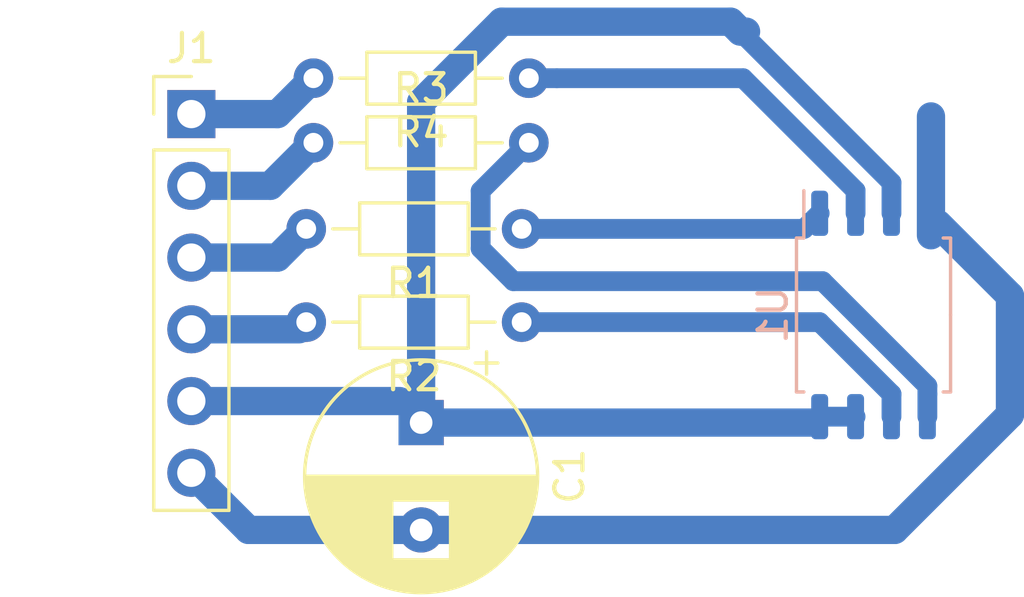
<source format=kicad_pcb>
(kicad_pcb (version 20171130) (host pcbnew 5.1.5-52549c5~84~ubuntu16.04.1)

  (general
    (thickness 1.6)
    (drawings 0)
    (tracks 44)
    (zones 0)
    (modules 7)
    (nets 11)
  )

  (page A4)
  (layers
    (0 F.Cu signal)
    (31 B.Cu signal)
    (32 B.Adhes user)
    (33 F.Adhes user)
    (34 B.Paste user)
    (35 F.Paste user)
    (36 B.SilkS user)
    (37 F.SilkS user)
    (38 B.Mask user)
    (39 F.Mask user)
    (40 Dwgs.User user)
    (41 Cmts.User user)
    (42 Eco1.User user)
    (43 Eco2.User user)
    (44 Edge.Cuts user)
    (45 Margin user)
    (46 B.CrtYd user)
    (47 F.CrtYd user)
    (48 B.Fab user)
    (49 F.Fab user)
  )

  (setup
    (last_trace_width 1)
    (trace_clearance 0.8)
    (zone_clearance 0.508)
    (zone_45_only no)
    (trace_min 0.2)
    (via_size 1.5)
    (via_drill 0.8)
    (via_min_size 0.4)
    (via_min_drill 0.3)
    (uvia_size 0.3)
    (uvia_drill 0.1)
    (uvias_allowed no)
    (uvia_min_size 0.2)
    (uvia_min_drill 0.1)
    (edge_width 0.05)
    (segment_width 0.2)
    (pcb_text_width 0.3)
    (pcb_text_size 1.5 1.5)
    (mod_edge_width 0.12)
    (mod_text_size 1 1)
    (mod_text_width 0.15)
    (pad_size 1.524 1.524)
    (pad_drill 0.762)
    (pad_to_mask_clearance 0.051)
    (solder_mask_min_width 0.25)
    (aux_axis_origin 0 0)
    (visible_elements FFFFFF7F)
    (pcbplotparams
      (layerselection 0x010fc_ffffffff)
      (usegerberextensions false)
      (usegerberattributes false)
      (usegerberadvancedattributes false)
      (creategerberjobfile false)
      (excludeedgelayer true)
      (linewidth 0.500000)
      (plotframeref false)
      (viasonmask false)
      (mode 1)
      (useauxorigin false)
      (hpglpennumber 1)
      (hpglpenspeed 20)
      (hpglpendiameter 15.000000)
      (psnegative false)
      (psa4output false)
      (plotreference true)
      (plotvalue true)
      (plotinvisibletext false)
      (padsonsilk false)
      (subtractmaskfromsilk false)
      (outputformat 1)
      (mirror false)
      (drillshape 1)
      (scaleselection 1)
      (outputdirectory ""))
  )

  (net 0 "")
  (net 1 GND)
  (net 2 vcc)
  (net 3 "Net-(J1-Pad4)")
  (net 4 "Net-(J1-Pad3)")
  (net 5 dio)
  (net 6 do)
  (net 7 "Net-(R1-Pad1)")
  (net 8 "Net-(R2-Pad1)")
  (net 9 "Net-(R3-Pad2)")
  (net 10 "Net-(R4-Pad1)")

  (net_class Default "This is the default net class."
    (clearance 0.8)
    (trace_width 1)
    (via_dia 1.5)
    (via_drill 0.8)
    (uvia_dia 0.3)
    (uvia_drill 0.1)
    (add_net GND)
    (add_net "Net-(J1-Pad3)")
    (add_net "Net-(J1-Pad4)")
    (add_net "Net-(R1-Pad1)")
    (add_net "Net-(R2-Pad1)")
    (add_net "Net-(R3-Pad2)")
    (add_net "Net-(R4-Pad1)")
    (add_net dio)
    (add_net do)
    (add_net vcc)
  )

  (module Package_SO:SOIC-8_5.23x5.23mm_P1.27mm (layer B.Cu) (tedit 5D9F72B1) (tstamp 5DD63FBB)
    (at 126.746 71.374 270)
    (descr "SOIC, 8 Pin (http://www.winbond.com/resource-files/w25q32jv%20revg%2003272018%20plus.pdf#page=68), generated with kicad-footprint-generator ipc_gullwing_generator.py")
    (tags "SOIC SO")
    (path /5DD6894C)
    (attr smd)
    (fp_text reference U1 (at 0 3.56 270) (layer B.SilkS)
      (effects (font (size 1 1) (thickness 0.15)) (justify mirror))
    )
    (fp_text value W25Q32JVSS (at 0 -3.56 270) (layer B.Fab)
      (effects (font (size 1 1) (thickness 0.15)) (justify mirror))
    )
    (fp_text user %R (at 0 0 270) (layer B.Fab)
      (effects (font (size 1 1) (thickness 0.15)) (justify mirror))
    )
    (fp_line (start 4.65 2.86) (end -4.65 2.86) (layer B.CrtYd) (width 0.05))
    (fp_line (start 4.65 -2.86) (end 4.65 2.86) (layer B.CrtYd) (width 0.05))
    (fp_line (start -4.65 -2.86) (end 4.65 -2.86) (layer B.CrtYd) (width 0.05))
    (fp_line (start -4.65 2.86) (end -4.65 -2.86) (layer B.CrtYd) (width 0.05))
    (fp_line (start -2.615 1.615) (end -1.615 2.615) (layer B.Fab) (width 0.1))
    (fp_line (start -2.615 -2.615) (end -2.615 1.615) (layer B.Fab) (width 0.1))
    (fp_line (start 2.615 -2.615) (end -2.615 -2.615) (layer B.Fab) (width 0.1))
    (fp_line (start 2.615 2.615) (end 2.615 -2.615) (layer B.Fab) (width 0.1))
    (fp_line (start -1.615 2.615) (end 2.615 2.615) (layer B.Fab) (width 0.1))
    (fp_line (start -2.725 2.465) (end -4.4 2.465) (layer B.SilkS) (width 0.12))
    (fp_line (start -2.725 2.725) (end -2.725 2.465) (layer B.SilkS) (width 0.12))
    (fp_line (start 0 2.725) (end -2.725 2.725) (layer B.SilkS) (width 0.12))
    (fp_line (start 2.725 2.725) (end 2.725 2.465) (layer B.SilkS) (width 0.12))
    (fp_line (start 0 2.725) (end 2.725 2.725) (layer B.SilkS) (width 0.12))
    (fp_line (start -2.725 -2.725) (end -2.725 -2.465) (layer B.SilkS) (width 0.12))
    (fp_line (start 0 -2.725) (end -2.725 -2.725) (layer B.SilkS) (width 0.12))
    (fp_line (start 2.725 -2.725) (end 2.725 -2.465) (layer B.SilkS) (width 0.12))
    (fp_line (start 0 -2.725) (end 2.725 -2.725) (layer B.SilkS) (width 0.12))
    (pad 8 smd roundrect (at 3.6 1.905 270) (size 1.6 0.6) (layers B.Cu B.Paste B.Mask) (roundrect_rratio 0.25)
      (net 2 vcc))
    (pad 7 smd roundrect (at 3.6 0.635 270) (size 1.6 0.6) (layers B.Cu B.Paste B.Mask) (roundrect_rratio 0.25)
      (net 2 vcc))
    (pad 6 smd roundrect (at 3.6 -0.635 270) (size 1.6 0.6) (layers B.Cu B.Paste B.Mask) (roundrect_rratio 0.25)
      (net 8 "Net-(R2-Pad1)"))
    (pad 5 smd roundrect (at 3.6 -1.905 270) (size 1.6 0.6) (layers B.Cu B.Paste B.Mask) (roundrect_rratio 0.25)
      (net 9 "Net-(R3-Pad2)"))
    (pad 4 smd roundrect (at -3.6 -1.905 270) (size 1.6 0.6) (layers B.Cu B.Paste B.Mask) (roundrect_rratio 0.25)
      (net 1 GND))
    (pad 3 smd roundrect (at -3.6 -0.635 270) (size 1.6 0.6) (layers B.Cu B.Paste B.Mask) (roundrect_rratio 0.25)
      (net 2 vcc))
    (pad 2 smd roundrect (at -3.6 0.635 270) (size 1.6 0.6) (layers B.Cu B.Paste B.Mask) (roundrect_rratio 0.25)
      (net 10 "Net-(R4-Pad1)"))
    (pad 1 smd roundrect (at -3.6 1.905 270) (size 1.6 0.6) (layers B.Cu B.Paste B.Mask) (roundrect_rratio 0.25)
      (net 7 "Net-(R1-Pad1)"))
    (model ${KISYS3DMOD}/Package_SO.3dshapes/SOIC-8_5.23x5.23mm_P1.27mm.wrl
      (at (xyz 0 0 0))
      (scale (xyz 1 1 1))
      (rotate (xyz 0 0 0))
    )
  )

  (module Resistor_THT:R_Axial_DIN0204_L3.6mm_D1.6mm_P7.62mm_Horizontal (layer F.Cu) (tedit 5AE5139B) (tstamp 5DD63F9C)
    (at 114.554 62.992 180)
    (descr "Resistor, Axial_DIN0204 series, Axial, Horizontal, pin pitch=7.62mm, 0.167W, length*diameter=3.6*1.6mm^2, http://cdn-reichelt.de/documents/datenblatt/B400/1_4W%23YAG.pdf")
    (tags "Resistor Axial_DIN0204 series Axial Horizontal pin pitch 7.62mm 0.167W length 3.6mm diameter 1.6mm")
    (path /5DD6AAB2)
    (fp_text reference R4 (at 3.81 -1.92) (layer F.SilkS)
      (effects (font (size 1 1) (thickness 0.15)))
    )
    (fp_text value 150R (at 3.81 1.92) (layer F.Fab)
      (effects (font (size 1 1) (thickness 0.15)))
    )
    (fp_text user %R (at 3.81 0) (layer F.Fab)
      (effects (font (size 0.72 0.72) (thickness 0.108)))
    )
    (fp_line (start 8.57 -1.05) (end -0.95 -1.05) (layer F.CrtYd) (width 0.05))
    (fp_line (start 8.57 1.05) (end 8.57 -1.05) (layer F.CrtYd) (width 0.05))
    (fp_line (start -0.95 1.05) (end 8.57 1.05) (layer F.CrtYd) (width 0.05))
    (fp_line (start -0.95 -1.05) (end -0.95 1.05) (layer F.CrtYd) (width 0.05))
    (fp_line (start 6.68 0) (end 5.73 0) (layer F.SilkS) (width 0.12))
    (fp_line (start 0.94 0) (end 1.89 0) (layer F.SilkS) (width 0.12))
    (fp_line (start 5.73 -0.92) (end 1.89 -0.92) (layer F.SilkS) (width 0.12))
    (fp_line (start 5.73 0.92) (end 5.73 -0.92) (layer F.SilkS) (width 0.12))
    (fp_line (start 1.89 0.92) (end 5.73 0.92) (layer F.SilkS) (width 0.12))
    (fp_line (start 1.89 -0.92) (end 1.89 0.92) (layer F.SilkS) (width 0.12))
    (fp_line (start 7.62 0) (end 5.61 0) (layer F.Fab) (width 0.1))
    (fp_line (start 0 0) (end 2.01 0) (layer F.Fab) (width 0.1))
    (fp_line (start 5.61 -0.8) (end 2.01 -0.8) (layer F.Fab) (width 0.1))
    (fp_line (start 5.61 0.8) (end 5.61 -0.8) (layer F.Fab) (width 0.1))
    (fp_line (start 2.01 0.8) (end 5.61 0.8) (layer F.Fab) (width 0.1))
    (fp_line (start 2.01 -0.8) (end 2.01 0.8) (layer F.Fab) (width 0.1))
    (pad 2 thru_hole oval (at 7.62 0 180) (size 1.4 1.4) (drill 0.7) (layers *.Cu *.Mask)
      (net 6 do))
    (pad 1 thru_hole circle (at 0 0 180) (size 1.4 1.4) (drill 0.7) (layers *.Cu *.Mask)
      (net 10 "Net-(R4-Pad1)"))
    (model ${KISYS3DMOD}/Resistor_THT.3dshapes/R_Axial_DIN0204_L3.6mm_D1.6mm_P7.62mm_Horizontal.wrl
      (at (xyz 0 0 0))
      (scale (xyz 1 1 1))
      (rotate (xyz 0 0 0))
    )
  )

  (module Resistor_THT:R_Axial_DIN0204_L3.6mm_D1.6mm_P7.62mm_Horizontal (layer F.Cu) (tedit 5AE5139B) (tstamp 5DD63F85)
    (at 106.934 65.278)
    (descr "Resistor, Axial_DIN0204 series, Axial, Horizontal, pin pitch=7.62mm, 0.167W, length*diameter=3.6*1.6mm^2, http://cdn-reichelt.de/documents/datenblatt/B400/1_4W%23YAG.pdf")
    (tags "Resistor Axial_DIN0204 series Axial Horizontal pin pitch 7.62mm 0.167W length 3.6mm diameter 1.6mm")
    (path /5DD6A50C)
    (fp_text reference R3 (at 3.81 -1.92) (layer F.SilkS)
      (effects (font (size 1 1) (thickness 0.15)))
    )
    (fp_text value 150R (at 3.81 1.92) (layer F.Fab)
      (effects (font (size 1 1) (thickness 0.15)))
    )
    (fp_text user %R (at 3.81 0) (layer F.Fab)
      (effects (font (size 0.72 0.72) (thickness 0.108)))
    )
    (fp_line (start 8.57 -1.05) (end -0.95 -1.05) (layer F.CrtYd) (width 0.05))
    (fp_line (start 8.57 1.05) (end 8.57 -1.05) (layer F.CrtYd) (width 0.05))
    (fp_line (start -0.95 1.05) (end 8.57 1.05) (layer F.CrtYd) (width 0.05))
    (fp_line (start -0.95 -1.05) (end -0.95 1.05) (layer F.CrtYd) (width 0.05))
    (fp_line (start 6.68 0) (end 5.73 0) (layer F.SilkS) (width 0.12))
    (fp_line (start 0.94 0) (end 1.89 0) (layer F.SilkS) (width 0.12))
    (fp_line (start 5.73 -0.92) (end 1.89 -0.92) (layer F.SilkS) (width 0.12))
    (fp_line (start 5.73 0.92) (end 5.73 -0.92) (layer F.SilkS) (width 0.12))
    (fp_line (start 1.89 0.92) (end 5.73 0.92) (layer F.SilkS) (width 0.12))
    (fp_line (start 1.89 -0.92) (end 1.89 0.92) (layer F.SilkS) (width 0.12))
    (fp_line (start 7.62 0) (end 5.61 0) (layer F.Fab) (width 0.1))
    (fp_line (start 0 0) (end 2.01 0) (layer F.Fab) (width 0.1))
    (fp_line (start 5.61 -0.8) (end 2.01 -0.8) (layer F.Fab) (width 0.1))
    (fp_line (start 5.61 0.8) (end 5.61 -0.8) (layer F.Fab) (width 0.1))
    (fp_line (start 2.01 0.8) (end 5.61 0.8) (layer F.Fab) (width 0.1))
    (fp_line (start 2.01 -0.8) (end 2.01 0.8) (layer F.Fab) (width 0.1))
    (pad 2 thru_hole oval (at 7.62 0) (size 1.4 1.4) (drill 0.7) (layers *.Cu *.Mask)
      (net 9 "Net-(R3-Pad2)"))
    (pad 1 thru_hole circle (at 0 0) (size 1.4 1.4) (drill 0.7) (layers *.Cu *.Mask)
      (net 5 dio))
    (model ${KISYS3DMOD}/Resistor_THT.3dshapes/R_Axial_DIN0204_L3.6mm_D1.6mm_P7.62mm_Horizontal.wrl
      (at (xyz 0 0 0))
      (scale (xyz 1 1 1))
      (rotate (xyz 0 0 0))
    )
  )

  (module Resistor_THT:R_Axial_DIN0204_L3.6mm_D1.6mm_P7.62mm_Horizontal (layer F.Cu) (tedit 5AE5139B) (tstamp 5DD63F6E)
    (at 114.3 71.628 180)
    (descr "Resistor, Axial_DIN0204 series, Axial, Horizontal, pin pitch=7.62mm, 0.167W, length*diameter=3.6*1.6mm^2, http://cdn-reichelt.de/documents/datenblatt/B400/1_4W%23YAG.pdf")
    (tags "Resistor Axial_DIN0204 series Axial Horizontal pin pitch 7.62mm 0.167W length 3.6mm diameter 1.6mm")
    (path /5DD6992B)
    (fp_text reference R2 (at 3.81 -1.92) (layer F.SilkS)
      (effects (font (size 1 1) (thickness 0.15)))
    )
    (fp_text value 150R (at 3.81 1.92) (layer F.Fab)
      (effects (font (size 1 1) (thickness 0.15)))
    )
    (fp_text user %R (at 3.81 0) (layer F.Fab)
      (effects (font (size 0.72 0.72) (thickness 0.108)))
    )
    (fp_line (start 8.57 -1.05) (end -0.95 -1.05) (layer F.CrtYd) (width 0.05))
    (fp_line (start 8.57 1.05) (end 8.57 -1.05) (layer F.CrtYd) (width 0.05))
    (fp_line (start -0.95 1.05) (end 8.57 1.05) (layer F.CrtYd) (width 0.05))
    (fp_line (start -0.95 -1.05) (end -0.95 1.05) (layer F.CrtYd) (width 0.05))
    (fp_line (start 6.68 0) (end 5.73 0) (layer F.SilkS) (width 0.12))
    (fp_line (start 0.94 0) (end 1.89 0) (layer F.SilkS) (width 0.12))
    (fp_line (start 5.73 -0.92) (end 1.89 -0.92) (layer F.SilkS) (width 0.12))
    (fp_line (start 5.73 0.92) (end 5.73 -0.92) (layer F.SilkS) (width 0.12))
    (fp_line (start 1.89 0.92) (end 5.73 0.92) (layer F.SilkS) (width 0.12))
    (fp_line (start 1.89 -0.92) (end 1.89 0.92) (layer F.SilkS) (width 0.12))
    (fp_line (start 7.62 0) (end 5.61 0) (layer F.Fab) (width 0.1))
    (fp_line (start 0 0) (end 2.01 0) (layer F.Fab) (width 0.1))
    (fp_line (start 5.61 -0.8) (end 2.01 -0.8) (layer F.Fab) (width 0.1))
    (fp_line (start 5.61 0.8) (end 5.61 -0.8) (layer F.Fab) (width 0.1))
    (fp_line (start 2.01 0.8) (end 5.61 0.8) (layer F.Fab) (width 0.1))
    (fp_line (start 2.01 -0.8) (end 2.01 0.8) (layer F.Fab) (width 0.1))
    (pad 2 thru_hole oval (at 7.62 0 180) (size 1.4 1.4) (drill 0.7) (layers *.Cu *.Mask)
      (net 3 "Net-(J1-Pad4)"))
    (pad 1 thru_hole circle (at 0 0 180) (size 1.4 1.4) (drill 0.7) (layers *.Cu *.Mask)
      (net 8 "Net-(R2-Pad1)"))
    (model ${KISYS3DMOD}/Resistor_THT.3dshapes/R_Axial_DIN0204_L3.6mm_D1.6mm_P7.62mm_Horizontal.wrl
      (at (xyz 0 0 0))
      (scale (xyz 1 1 1))
      (rotate (xyz 0 0 0))
    )
  )

  (module Resistor_THT:R_Axial_DIN0204_L3.6mm_D1.6mm_P7.62mm_Horizontal (layer F.Cu) (tedit 5AE5139B) (tstamp 5DD63F57)
    (at 114.3 68.326 180)
    (descr "Resistor, Axial_DIN0204 series, Axial, Horizontal, pin pitch=7.62mm, 0.167W, length*diameter=3.6*1.6mm^2, http://cdn-reichelt.de/documents/datenblatt/B400/1_4W%23YAG.pdf")
    (tags "Resistor Axial_DIN0204 series Axial Horizontal pin pitch 7.62mm 0.167W length 3.6mm diameter 1.6mm")
    (path /5DD68E7C)
    (fp_text reference R1 (at 3.81 -1.92) (layer F.SilkS)
      (effects (font (size 1 1) (thickness 0.15)))
    )
    (fp_text value 150R (at 3.81 1.92) (layer F.Fab)
      (effects (font (size 1 1) (thickness 0.15)))
    )
    (fp_text user %R (at 3.81 0) (layer F.Fab)
      (effects (font (size 0.72 0.72) (thickness 0.108)))
    )
    (fp_line (start 8.57 -1.05) (end -0.95 -1.05) (layer F.CrtYd) (width 0.05))
    (fp_line (start 8.57 1.05) (end 8.57 -1.05) (layer F.CrtYd) (width 0.05))
    (fp_line (start -0.95 1.05) (end 8.57 1.05) (layer F.CrtYd) (width 0.05))
    (fp_line (start -0.95 -1.05) (end -0.95 1.05) (layer F.CrtYd) (width 0.05))
    (fp_line (start 6.68 0) (end 5.73 0) (layer F.SilkS) (width 0.12))
    (fp_line (start 0.94 0) (end 1.89 0) (layer F.SilkS) (width 0.12))
    (fp_line (start 5.73 -0.92) (end 1.89 -0.92) (layer F.SilkS) (width 0.12))
    (fp_line (start 5.73 0.92) (end 5.73 -0.92) (layer F.SilkS) (width 0.12))
    (fp_line (start 1.89 0.92) (end 5.73 0.92) (layer F.SilkS) (width 0.12))
    (fp_line (start 1.89 -0.92) (end 1.89 0.92) (layer F.SilkS) (width 0.12))
    (fp_line (start 7.62 0) (end 5.61 0) (layer F.Fab) (width 0.1))
    (fp_line (start 0 0) (end 2.01 0) (layer F.Fab) (width 0.1))
    (fp_line (start 5.61 -0.8) (end 2.01 -0.8) (layer F.Fab) (width 0.1))
    (fp_line (start 5.61 0.8) (end 5.61 -0.8) (layer F.Fab) (width 0.1))
    (fp_line (start 2.01 0.8) (end 5.61 0.8) (layer F.Fab) (width 0.1))
    (fp_line (start 2.01 -0.8) (end 2.01 0.8) (layer F.Fab) (width 0.1))
    (pad 2 thru_hole oval (at 7.62 0 180) (size 1.4 1.4) (drill 0.7) (layers *.Cu *.Mask)
      (net 4 "Net-(J1-Pad3)"))
    (pad 1 thru_hole circle (at 0 0 180) (size 1.4 1.4) (drill 0.7) (layers *.Cu *.Mask)
      (net 7 "Net-(R1-Pad1)"))
    (model ${KISYS3DMOD}/Resistor_THT.3dshapes/R_Axial_DIN0204_L3.6mm_D1.6mm_P7.62mm_Horizontal.wrl
      (at (xyz 0 0 0))
      (scale (xyz 1 1 1))
      (rotate (xyz 0 0 0))
    )
  )

  (module Connector_PinHeader_2.54mm:PinHeader_1x06_P2.54mm_Vertical (layer F.Cu) (tedit 59FED5CC) (tstamp 5DD63F40)
    (at 102.616 64.262)
    (descr "Through hole straight pin header, 1x06, 2.54mm pitch, single row")
    (tags "Through hole pin header THT 1x06 2.54mm single row")
    (path /5DD715A2)
    (fp_text reference J1 (at 0 -2.33) (layer F.SilkS)
      (effects (font (size 1 1) (thickness 0.15)))
    )
    (fp_text value Conn_01x06_Male (at 0 15.03) (layer F.Fab)
      (effects (font (size 1 1) (thickness 0.15)))
    )
    (fp_text user %R (at 0 6.35 90) (layer F.Fab)
      (effects (font (size 1 1) (thickness 0.15)))
    )
    (fp_line (start 1.8 -1.8) (end -1.8 -1.8) (layer F.CrtYd) (width 0.05))
    (fp_line (start 1.8 14.5) (end 1.8 -1.8) (layer F.CrtYd) (width 0.05))
    (fp_line (start -1.8 14.5) (end 1.8 14.5) (layer F.CrtYd) (width 0.05))
    (fp_line (start -1.8 -1.8) (end -1.8 14.5) (layer F.CrtYd) (width 0.05))
    (fp_line (start -1.33 -1.33) (end 0 -1.33) (layer F.SilkS) (width 0.12))
    (fp_line (start -1.33 0) (end -1.33 -1.33) (layer F.SilkS) (width 0.12))
    (fp_line (start -1.33 1.27) (end 1.33 1.27) (layer F.SilkS) (width 0.12))
    (fp_line (start 1.33 1.27) (end 1.33 14.03) (layer F.SilkS) (width 0.12))
    (fp_line (start -1.33 1.27) (end -1.33 14.03) (layer F.SilkS) (width 0.12))
    (fp_line (start -1.33 14.03) (end 1.33 14.03) (layer F.SilkS) (width 0.12))
    (fp_line (start -1.27 -0.635) (end -0.635 -1.27) (layer F.Fab) (width 0.1))
    (fp_line (start -1.27 13.97) (end -1.27 -0.635) (layer F.Fab) (width 0.1))
    (fp_line (start 1.27 13.97) (end -1.27 13.97) (layer F.Fab) (width 0.1))
    (fp_line (start 1.27 -1.27) (end 1.27 13.97) (layer F.Fab) (width 0.1))
    (fp_line (start -0.635 -1.27) (end 1.27 -1.27) (layer F.Fab) (width 0.1))
    (pad 6 thru_hole oval (at 0 12.7) (size 1.7 1.7) (drill 1) (layers *.Cu *.Mask)
      (net 1 GND))
    (pad 5 thru_hole oval (at 0 10.16) (size 1.7 1.7) (drill 1) (layers *.Cu *.Mask)
      (net 2 vcc))
    (pad 4 thru_hole oval (at 0 7.62) (size 1.7 1.7) (drill 1) (layers *.Cu *.Mask)
      (net 3 "Net-(J1-Pad4)"))
    (pad 3 thru_hole oval (at 0 5.08) (size 1.7 1.7) (drill 1) (layers *.Cu *.Mask)
      (net 4 "Net-(J1-Pad3)"))
    (pad 2 thru_hole oval (at 0 2.54) (size 1.7 1.7) (drill 1) (layers *.Cu *.Mask)
      (net 5 dio))
    (pad 1 thru_hole rect (at 0 0) (size 1.7 1.7) (drill 1) (layers *.Cu *.Mask)
      (net 6 do))
    (model ${KISYS3DMOD}/Connector_PinHeader_2.54mm.3dshapes/PinHeader_1x06_P2.54mm_Vertical.wrl
      (at (xyz 0 0 0))
      (scale (xyz 1 1 1))
      (rotate (xyz 0 0 0))
    )
  )

  (module Capacitor_THT:CP_Radial_D8.0mm_P3.80mm (layer F.Cu) (tedit 5AE50EF0) (tstamp 5DD63F26)
    (at 110.744 75.184 270)
    (descr "CP, Radial series, Radial, pin pitch=3.80mm, , diameter=8mm, Electrolytic Capacitor")
    (tags "CP Radial series Radial pin pitch 3.80mm  diameter 8mm Electrolytic Capacitor")
    (path /5DD6C99E)
    (fp_text reference C1 (at 1.9 -5.25 90) (layer F.SilkS)
      (effects (font (size 1 1) (thickness 0.15)))
    )
    (fp_text value 47uF (at 1.9 5.25 90) (layer F.Fab)
      (effects (font (size 1 1) (thickness 0.15)))
    )
    (fp_text user %R (at 1.9 0 90) (layer F.Fab)
      (effects (font (size 1 1) (thickness 0.15)))
    )
    (fp_line (start -2.109698 -2.715) (end -2.109698 -1.915) (layer F.SilkS) (width 0.12))
    (fp_line (start -2.509698 -2.315) (end -1.709698 -2.315) (layer F.SilkS) (width 0.12))
    (fp_line (start 5.981 -0.533) (end 5.981 0.533) (layer F.SilkS) (width 0.12))
    (fp_line (start 5.941 -0.768) (end 5.941 0.768) (layer F.SilkS) (width 0.12))
    (fp_line (start 5.901 -0.948) (end 5.901 0.948) (layer F.SilkS) (width 0.12))
    (fp_line (start 5.861 -1.098) (end 5.861 1.098) (layer F.SilkS) (width 0.12))
    (fp_line (start 5.821 -1.229) (end 5.821 1.229) (layer F.SilkS) (width 0.12))
    (fp_line (start 5.781 -1.346) (end 5.781 1.346) (layer F.SilkS) (width 0.12))
    (fp_line (start 5.741 -1.453) (end 5.741 1.453) (layer F.SilkS) (width 0.12))
    (fp_line (start 5.701 -1.552) (end 5.701 1.552) (layer F.SilkS) (width 0.12))
    (fp_line (start 5.661 -1.645) (end 5.661 1.645) (layer F.SilkS) (width 0.12))
    (fp_line (start 5.621 -1.731) (end 5.621 1.731) (layer F.SilkS) (width 0.12))
    (fp_line (start 5.581 -1.813) (end 5.581 1.813) (layer F.SilkS) (width 0.12))
    (fp_line (start 5.541 -1.89) (end 5.541 1.89) (layer F.SilkS) (width 0.12))
    (fp_line (start 5.501 -1.964) (end 5.501 1.964) (layer F.SilkS) (width 0.12))
    (fp_line (start 5.461 -2.034) (end 5.461 2.034) (layer F.SilkS) (width 0.12))
    (fp_line (start 5.421 -2.102) (end 5.421 2.102) (layer F.SilkS) (width 0.12))
    (fp_line (start 5.381 -2.166) (end 5.381 2.166) (layer F.SilkS) (width 0.12))
    (fp_line (start 5.341 -2.228) (end 5.341 2.228) (layer F.SilkS) (width 0.12))
    (fp_line (start 5.301 -2.287) (end 5.301 2.287) (layer F.SilkS) (width 0.12))
    (fp_line (start 5.261 -2.345) (end 5.261 2.345) (layer F.SilkS) (width 0.12))
    (fp_line (start 5.221 -2.4) (end 5.221 2.4) (layer F.SilkS) (width 0.12))
    (fp_line (start 5.181 -2.454) (end 5.181 2.454) (layer F.SilkS) (width 0.12))
    (fp_line (start 5.141 -2.505) (end 5.141 2.505) (layer F.SilkS) (width 0.12))
    (fp_line (start 5.101 -2.556) (end 5.101 2.556) (layer F.SilkS) (width 0.12))
    (fp_line (start 5.061 -2.604) (end 5.061 2.604) (layer F.SilkS) (width 0.12))
    (fp_line (start 5.021 -2.651) (end 5.021 2.651) (layer F.SilkS) (width 0.12))
    (fp_line (start 4.981 -2.697) (end 4.981 2.697) (layer F.SilkS) (width 0.12))
    (fp_line (start 4.941 -2.741) (end 4.941 2.741) (layer F.SilkS) (width 0.12))
    (fp_line (start 4.901 -2.784) (end 4.901 2.784) (layer F.SilkS) (width 0.12))
    (fp_line (start 4.861 -2.826) (end 4.861 2.826) (layer F.SilkS) (width 0.12))
    (fp_line (start 4.821 1.04) (end 4.821 2.867) (layer F.SilkS) (width 0.12))
    (fp_line (start 4.821 -2.867) (end 4.821 -1.04) (layer F.SilkS) (width 0.12))
    (fp_line (start 4.781 1.04) (end 4.781 2.907) (layer F.SilkS) (width 0.12))
    (fp_line (start 4.781 -2.907) (end 4.781 -1.04) (layer F.SilkS) (width 0.12))
    (fp_line (start 4.741 1.04) (end 4.741 2.945) (layer F.SilkS) (width 0.12))
    (fp_line (start 4.741 -2.945) (end 4.741 -1.04) (layer F.SilkS) (width 0.12))
    (fp_line (start 4.701 1.04) (end 4.701 2.983) (layer F.SilkS) (width 0.12))
    (fp_line (start 4.701 -2.983) (end 4.701 -1.04) (layer F.SilkS) (width 0.12))
    (fp_line (start 4.661 1.04) (end 4.661 3.019) (layer F.SilkS) (width 0.12))
    (fp_line (start 4.661 -3.019) (end 4.661 -1.04) (layer F.SilkS) (width 0.12))
    (fp_line (start 4.621 1.04) (end 4.621 3.055) (layer F.SilkS) (width 0.12))
    (fp_line (start 4.621 -3.055) (end 4.621 -1.04) (layer F.SilkS) (width 0.12))
    (fp_line (start 4.581 1.04) (end 4.581 3.09) (layer F.SilkS) (width 0.12))
    (fp_line (start 4.581 -3.09) (end 4.581 -1.04) (layer F.SilkS) (width 0.12))
    (fp_line (start 4.541 1.04) (end 4.541 3.124) (layer F.SilkS) (width 0.12))
    (fp_line (start 4.541 -3.124) (end 4.541 -1.04) (layer F.SilkS) (width 0.12))
    (fp_line (start 4.501 1.04) (end 4.501 3.156) (layer F.SilkS) (width 0.12))
    (fp_line (start 4.501 -3.156) (end 4.501 -1.04) (layer F.SilkS) (width 0.12))
    (fp_line (start 4.461 1.04) (end 4.461 3.189) (layer F.SilkS) (width 0.12))
    (fp_line (start 4.461 -3.189) (end 4.461 -1.04) (layer F.SilkS) (width 0.12))
    (fp_line (start 4.421 1.04) (end 4.421 3.22) (layer F.SilkS) (width 0.12))
    (fp_line (start 4.421 -3.22) (end 4.421 -1.04) (layer F.SilkS) (width 0.12))
    (fp_line (start 4.381 1.04) (end 4.381 3.25) (layer F.SilkS) (width 0.12))
    (fp_line (start 4.381 -3.25) (end 4.381 -1.04) (layer F.SilkS) (width 0.12))
    (fp_line (start 4.341 1.04) (end 4.341 3.28) (layer F.SilkS) (width 0.12))
    (fp_line (start 4.341 -3.28) (end 4.341 -1.04) (layer F.SilkS) (width 0.12))
    (fp_line (start 4.301 1.04) (end 4.301 3.309) (layer F.SilkS) (width 0.12))
    (fp_line (start 4.301 -3.309) (end 4.301 -1.04) (layer F.SilkS) (width 0.12))
    (fp_line (start 4.261 1.04) (end 4.261 3.338) (layer F.SilkS) (width 0.12))
    (fp_line (start 4.261 -3.338) (end 4.261 -1.04) (layer F.SilkS) (width 0.12))
    (fp_line (start 4.221 1.04) (end 4.221 3.365) (layer F.SilkS) (width 0.12))
    (fp_line (start 4.221 -3.365) (end 4.221 -1.04) (layer F.SilkS) (width 0.12))
    (fp_line (start 4.181 1.04) (end 4.181 3.392) (layer F.SilkS) (width 0.12))
    (fp_line (start 4.181 -3.392) (end 4.181 -1.04) (layer F.SilkS) (width 0.12))
    (fp_line (start 4.141 1.04) (end 4.141 3.418) (layer F.SilkS) (width 0.12))
    (fp_line (start 4.141 -3.418) (end 4.141 -1.04) (layer F.SilkS) (width 0.12))
    (fp_line (start 4.101 1.04) (end 4.101 3.444) (layer F.SilkS) (width 0.12))
    (fp_line (start 4.101 -3.444) (end 4.101 -1.04) (layer F.SilkS) (width 0.12))
    (fp_line (start 4.061 1.04) (end 4.061 3.469) (layer F.SilkS) (width 0.12))
    (fp_line (start 4.061 -3.469) (end 4.061 -1.04) (layer F.SilkS) (width 0.12))
    (fp_line (start 4.021 1.04) (end 4.021 3.493) (layer F.SilkS) (width 0.12))
    (fp_line (start 4.021 -3.493) (end 4.021 -1.04) (layer F.SilkS) (width 0.12))
    (fp_line (start 3.981 1.04) (end 3.981 3.517) (layer F.SilkS) (width 0.12))
    (fp_line (start 3.981 -3.517) (end 3.981 -1.04) (layer F.SilkS) (width 0.12))
    (fp_line (start 3.941 1.04) (end 3.941 3.54) (layer F.SilkS) (width 0.12))
    (fp_line (start 3.941 -3.54) (end 3.941 -1.04) (layer F.SilkS) (width 0.12))
    (fp_line (start 3.901 1.04) (end 3.901 3.562) (layer F.SilkS) (width 0.12))
    (fp_line (start 3.901 -3.562) (end 3.901 -1.04) (layer F.SilkS) (width 0.12))
    (fp_line (start 3.861 1.04) (end 3.861 3.584) (layer F.SilkS) (width 0.12))
    (fp_line (start 3.861 -3.584) (end 3.861 -1.04) (layer F.SilkS) (width 0.12))
    (fp_line (start 3.821 1.04) (end 3.821 3.606) (layer F.SilkS) (width 0.12))
    (fp_line (start 3.821 -3.606) (end 3.821 -1.04) (layer F.SilkS) (width 0.12))
    (fp_line (start 3.781 1.04) (end 3.781 3.627) (layer F.SilkS) (width 0.12))
    (fp_line (start 3.781 -3.627) (end 3.781 -1.04) (layer F.SilkS) (width 0.12))
    (fp_line (start 3.741 1.04) (end 3.741 3.647) (layer F.SilkS) (width 0.12))
    (fp_line (start 3.741 -3.647) (end 3.741 -1.04) (layer F.SilkS) (width 0.12))
    (fp_line (start 3.701 1.04) (end 3.701 3.666) (layer F.SilkS) (width 0.12))
    (fp_line (start 3.701 -3.666) (end 3.701 -1.04) (layer F.SilkS) (width 0.12))
    (fp_line (start 3.661 1.04) (end 3.661 3.686) (layer F.SilkS) (width 0.12))
    (fp_line (start 3.661 -3.686) (end 3.661 -1.04) (layer F.SilkS) (width 0.12))
    (fp_line (start 3.621 1.04) (end 3.621 3.704) (layer F.SilkS) (width 0.12))
    (fp_line (start 3.621 -3.704) (end 3.621 -1.04) (layer F.SilkS) (width 0.12))
    (fp_line (start 3.581 1.04) (end 3.581 3.722) (layer F.SilkS) (width 0.12))
    (fp_line (start 3.581 -3.722) (end 3.581 -1.04) (layer F.SilkS) (width 0.12))
    (fp_line (start 3.541 1.04) (end 3.541 3.74) (layer F.SilkS) (width 0.12))
    (fp_line (start 3.541 -3.74) (end 3.541 -1.04) (layer F.SilkS) (width 0.12))
    (fp_line (start 3.501 1.04) (end 3.501 3.757) (layer F.SilkS) (width 0.12))
    (fp_line (start 3.501 -3.757) (end 3.501 -1.04) (layer F.SilkS) (width 0.12))
    (fp_line (start 3.461 1.04) (end 3.461 3.774) (layer F.SilkS) (width 0.12))
    (fp_line (start 3.461 -3.774) (end 3.461 -1.04) (layer F.SilkS) (width 0.12))
    (fp_line (start 3.421 1.04) (end 3.421 3.79) (layer F.SilkS) (width 0.12))
    (fp_line (start 3.421 -3.79) (end 3.421 -1.04) (layer F.SilkS) (width 0.12))
    (fp_line (start 3.381 1.04) (end 3.381 3.805) (layer F.SilkS) (width 0.12))
    (fp_line (start 3.381 -3.805) (end 3.381 -1.04) (layer F.SilkS) (width 0.12))
    (fp_line (start 3.341 1.04) (end 3.341 3.821) (layer F.SilkS) (width 0.12))
    (fp_line (start 3.341 -3.821) (end 3.341 -1.04) (layer F.SilkS) (width 0.12))
    (fp_line (start 3.301 1.04) (end 3.301 3.835) (layer F.SilkS) (width 0.12))
    (fp_line (start 3.301 -3.835) (end 3.301 -1.04) (layer F.SilkS) (width 0.12))
    (fp_line (start 3.261 1.04) (end 3.261 3.85) (layer F.SilkS) (width 0.12))
    (fp_line (start 3.261 -3.85) (end 3.261 -1.04) (layer F.SilkS) (width 0.12))
    (fp_line (start 3.221 1.04) (end 3.221 3.863) (layer F.SilkS) (width 0.12))
    (fp_line (start 3.221 -3.863) (end 3.221 -1.04) (layer F.SilkS) (width 0.12))
    (fp_line (start 3.181 1.04) (end 3.181 3.877) (layer F.SilkS) (width 0.12))
    (fp_line (start 3.181 -3.877) (end 3.181 -1.04) (layer F.SilkS) (width 0.12))
    (fp_line (start 3.141 1.04) (end 3.141 3.889) (layer F.SilkS) (width 0.12))
    (fp_line (start 3.141 -3.889) (end 3.141 -1.04) (layer F.SilkS) (width 0.12))
    (fp_line (start 3.101 1.04) (end 3.101 3.902) (layer F.SilkS) (width 0.12))
    (fp_line (start 3.101 -3.902) (end 3.101 -1.04) (layer F.SilkS) (width 0.12))
    (fp_line (start 3.061 1.04) (end 3.061 3.914) (layer F.SilkS) (width 0.12))
    (fp_line (start 3.061 -3.914) (end 3.061 -1.04) (layer F.SilkS) (width 0.12))
    (fp_line (start 3.021 1.04) (end 3.021 3.925) (layer F.SilkS) (width 0.12))
    (fp_line (start 3.021 -3.925) (end 3.021 -1.04) (layer F.SilkS) (width 0.12))
    (fp_line (start 2.981 1.04) (end 2.981 3.936) (layer F.SilkS) (width 0.12))
    (fp_line (start 2.981 -3.936) (end 2.981 -1.04) (layer F.SilkS) (width 0.12))
    (fp_line (start 2.941 1.04) (end 2.941 3.947) (layer F.SilkS) (width 0.12))
    (fp_line (start 2.941 -3.947) (end 2.941 -1.04) (layer F.SilkS) (width 0.12))
    (fp_line (start 2.901 1.04) (end 2.901 3.957) (layer F.SilkS) (width 0.12))
    (fp_line (start 2.901 -3.957) (end 2.901 -1.04) (layer F.SilkS) (width 0.12))
    (fp_line (start 2.861 1.04) (end 2.861 3.967) (layer F.SilkS) (width 0.12))
    (fp_line (start 2.861 -3.967) (end 2.861 -1.04) (layer F.SilkS) (width 0.12))
    (fp_line (start 2.821 1.04) (end 2.821 3.976) (layer F.SilkS) (width 0.12))
    (fp_line (start 2.821 -3.976) (end 2.821 -1.04) (layer F.SilkS) (width 0.12))
    (fp_line (start 2.781 1.04) (end 2.781 3.985) (layer F.SilkS) (width 0.12))
    (fp_line (start 2.781 -3.985) (end 2.781 -1.04) (layer F.SilkS) (width 0.12))
    (fp_line (start 2.741 -3.994) (end 2.741 3.994) (layer F.SilkS) (width 0.12))
    (fp_line (start 2.701 -4.002) (end 2.701 4.002) (layer F.SilkS) (width 0.12))
    (fp_line (start 2.661 -4.01) (end 2.661 4.01) (layer F.SilkS) (width 0.12))
    (fp_line (start 2.621 -4.017) (end 2.621 4.017) (layer F.SilkS) (width 0.12))
    (fp_line (start 2.58 -4.024) (end 2.58 4.024) (layer F.SilkS) (width 0.12))
    (fp_line (start 2.54 -4.03) (end 2.54 4.03) (layer F.SilkS) (width 0.12))
    (fp_line (start 2.5 -4.037) (end 2.5 4.037) (layer F.SilkS) (width 0.12))
    (fp_line (start 2.46 -4.042) (end 2.46 4.042) (layer F.SilkS) (width 0.12))
    (fp_line (start 2.42 -4.048) (end 2.42 4.048) (layer F.SilkS) (width 0.12))
    (fp_line (start 2.38 -4.052) (end 2.38 4.052) (layer F.SilkS) (width 0.12))
    (fp_line (start 2.34 -4.057) (end 2.34 4.057) (layer F.SilkS) (width 0.12))
    (fp_line (start 2.3 -4.061) (end 2.3 4.061) (layer F.SilkS) (width 0.12))
    (fp_line (start 2.26 -4.065) (end 2.26 4.065) (layer F.SilkS) (width 0.12))
    (fp_line (start 2.22 -4.068) (end 2.22 4.068) (layer F.SilkS) (width 0.12))
    (fp_line (start 2.18 -4.071) (end 2.18 4.071) (layer F.SilkS) (width 0.12))
    (fp_line (start 2.14 -4.074) (end 2.14 4.074) (layer F.SilkS) (width 0.12))
    (fp_line (start 2.1 -4.076) (end 2.1 4.076) (layer F.SilkS) (width 0.12))
    (fp_line (start 2.06 -4.077) (end 2.06 4.077) (layer F.SilkS) (width 0.12))
    (fp_line (start 2.02 -4.079) (end 2.02 4.079) (layer F.SilkS) (width 0.12))
    (fp_line (start 1.98 -4.08) (end 1.98 4.08) (layer F.SilkS) (width 0.12))
    (fp_line (start 1.94 -4.08) (end 1.94 4.08) (layer F.SilkS) (width 0.12))
    (fp_line (start 1.9 -4.08) (end 1.9 4.08) (layer F.SilkS) (width 0.12))
    (fp_line (start -1.126759 -2.1475) (end -1.126759 -1.3475) (layer F.Fab) (width 0.1))
    (fp_line (start -1.526759 -1.7475) (end -0.726759 -1.7475) (layer F.Fab) (width 0.1))
    (fp_circle (center 1.9 0) (end 6.15 0) (layer F.CrtYd) (width 0.05))
    (fp_circle (center 1.9 0) (end 6.02 0) (layer F.SilkS) (width 0.12))
    (fp_circle (center 1.9 0) (end 5.9 0) (layer F.Fab) (width 0.1))
    (pad 2 thru_hole circle (at 3.8 0 270) (size 1.6 1.6) (drill 0.8) (layers *.Cu *.Mask)
      (net 1 GND))
    (pad 1 thru_hole rect (at 0 0 270) (size 1.6 1.6) (drill 0.8) (layers *.Cu *.Mask)
      (net 2 vcc))
    (model ${KISYS3DMOD}/Capacitor_THT.3dshapes/CP_Radial_D8.0mm_P3.80mm.wrl
      (at (xyz 0 0 0))
      (scale (xyz 1 1 1))
      (rotate (xyz 0 0 0))
    )
  )

  (segment (start 128.778 68.553626) (end 128.778 64.345) (width 1) (layer B.Cu) (net 1) (tstamp 5DD64AED))
  (segment (start 104.638 78.984) (end 110.744 78.984) (width 1) (layer B.Cu) (net 1))
  (segment (start 102.616 76.962) (end 104.638 78.984) (width 1) (layer B.Cu) (net 1))
  (segment (start 127.491626 78.984) (end 131.572 74.903626) (width 1) (layer B.Cu) (net 1))
  (segment (start 110.744 78.984) (end 127.491626 78.984) (width 1) (layer B.Cu) (net 1))
  (segment (start 131.572 74.903626) (end 131.572 70.695) (width 1) (layer B.Cu) (net 1))
  (segment (start 131.572 70.695) (end 129.03101 68.15401) (width 1) (layer B.Cu) (net 1))
  (segment (start 109.982 74.422) (end 110.744 75.184) (width 0.7) (layer B.Cu) (net 2))
  (segment (start 102.616 74.422) (end 109.982 74.422) (width 1) (layer B.Cu) (net 2))
  (segment (start 124.631 75.184) (end 124.841 74.974) (width 0.7) (layer B.Cu) (net 2))
  (segment (start 110.744 75.184) (end 124.631 75.184) (width 1) (layer B.Cu) (net 2))
  (segment (start 126.111 74.974) (end 124.841 74.974) (width 0.7) (layer B.Cu) (net 2))
  (segment (start 127.381 66.685542) (end 122.237457 61.541999) (width 0.7) (layer B.Cu) (net 2))
  (segment (start 127.381 67.774) (end 127.381 66.685542) (width 0.7) (layer B.Cu) (net 2))
  (segment (start 122.037448 61.34199) (end 122.237457 61.34199) (width 1) (layer B.Cu) (net 2))
  (segment (start 110.744 75.184) (end 110.744 63.841998) (width 1) (layer B.Cu) (net 2))
  (segment (start 110.744 63.841998) (end 113.593999 60.991999) (width 1) (layer B.Cu) (net 2))
  (segment (start 121.687457 60.991999) (end 122.037448 61.34199) (width 1) (layer B.Cu) (net 2))
  (segment (start 113.593999 60.991999) (end 121.687457 60.991999) (width 1) (layer B.Cu) (net 2))
  (segment (start 106.426 71.882) (end 106.68 71.628) (width 0.7) (layer B.Cu) (net 3))
  (segment (start 102.616 71.882) (end 106.426 71.882) (width 1) (layer B.Cu) (net 3))
  (segment (start 105.664 69.342) (end 106.68 68.326) (width 1) (layer B.Cu) (net 4))
  (segment (start 102.616 69.342) (end 105.664 69.342) (width 1) (layer B.Cu) (net 4))
  (segment (start 105.41 66.802) (end 106.934 65.278) (width 1) (layer B.Cu) (net 5))
  (segment (start 102.616 66.802) (end 105.41 66.802) (width 1) (layer B.Cu) (net 5))
  (segment (start 105.664 64.262) (end 106.934 62.992) (width 1) (layer B.Cu) (net 6))
  (segment (start 102.616 64.262) (end 105.664 64.262) (width 1) (layer B.Cu) (net 6))
  (segment (start 124.289 68.326) (end 124.841 67.774) (width 0.7) (layer B.Cu) (net 7))
  (segment (start 114.3 68.326) (end 124.289 68.326) (width 0.7) (layer B.Cu) (net 7))
  (segment (start 127.381 74.174) (end 127.381 74.974) (width 0.7) (layer B.Cu) (net 8))
  (segment (start 127.381 74.171192) (end 127.381 74.174) (width 0.7) (layer B.Cu) (net 8))
  (segment (start 124.837808 71.628) (end 127.381 74.171192) (width 0.7) (layer B.Cu) (net 8))
  (segment (start 114.3 71.628) (end 124.837808 71.628) (width 0.7) (layer B.Cu) (net 8))
  (segment (start 112.849999 66.982001) (end 112.849999 69.022001) (width 0.7) (layer B.Cu) (net 9))
  (segment (start 114.554 65.278) (end 112.849999 66.982001) (width 0.7) (layer B.Cu) (net 9))
  (segment (start 128.651 73.885542) (end 128.651 74.174) (width 0.7) (layer B.Cu) (net 9))
  (segment (start 124.943457 70.177999) (end 128.651 73.885542) (width 0.7) (layer B.Cu) (net 9))
  (segment (start 114.005997 70.177999) (end 124.943457 70.177999) (width 0.7) (layer B.Cu) (net 9))
  (segment (start 128.651 74.174) (end 128.651 74.974) (width 0.7) (layer B.Cu) (net 9))
  (segment (start 112.849999 69.022001) (end 114.005997 70.177999) (width 0.7) (layer B.Cu) (net 9))
  (segment (start 115.543949 62.992) (end 114.554 62.992) (width 0.7) (layer B.Cu) (net 10))
  (segment (start 122.131808 62.992) (end 115.543949 62.992) (width 0.7) (layer B.Cu) (net 10))
  (segment (start 126.111 66.971192) (end 122.131808 62.992) (width 0.7) (layer B.Cu) (net 10))
  (segment (start 126.111 67.774) (end 126.111 66.971192) (width 0.7) (layer B.Cu) (net 10))

)

</source>
